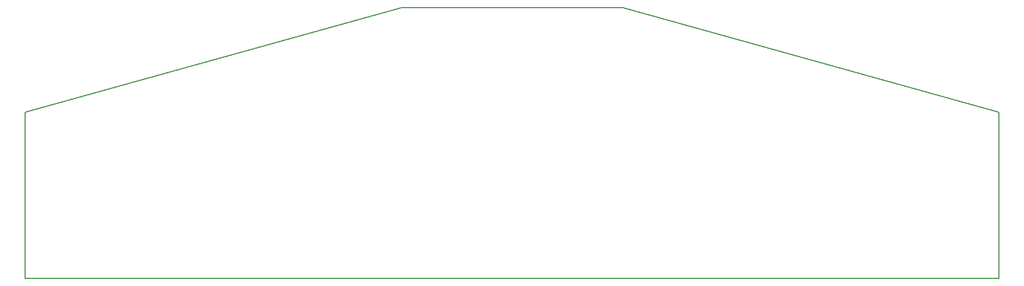
<source format=gm1>
G04 #@! TF.GenerationSoftware,KiCad,Pcbnew,5.0.2-bee76a0~70~ubuntu18.04.1*
G04 #@! TF.CreationDate,2019-11-25T08:18:34-05:00*
G04 #@! TF.ProjectId,interface,696e7465-7266-4616-9365-2e6b69636164,rev?*
G04 #@! TF.SameCoordinates,Original*
G04 #@! TF.FileFunction,Profile,NP*
%FSLAX46Y46*%
G04 Gerber Fmt 4.6, Leading zero omitted, Abs format (unit mm)*
G04 Created by KiCad (PCBNEW 5.0.2-bee76a0~70~ubuntu18.04.1) date Mon 25 Nov 2019 08:18:34 AM EST*
%MOMM*%
%LPD*%
G01*
G04 APERTURE LIST*
%ADD10C,0.200000*%
G04 APERTURE END LIST*
D10*
X75412600Y-96215200D02*
X75412600Y-70383400D01*
X226491800Y-96215200D02*
X226491800Y-70383400D01*
X133883400Y-54076600D02*
X168173400Y-54076600D01*
X226491800Y-96215200D02*
X75412600Y-96215200D01*
X168173400Y-54076600D02*
X226491800Y-70383400D01*
X133883400Y-54076600D02*
X75412600Y-70383400D01*
M02*

</source>
